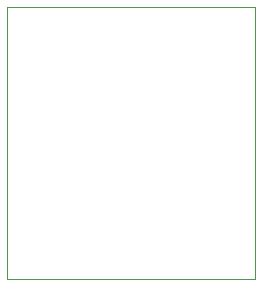
<source format=gbr>
%TF.GenerationSoftware,KiCad,Pcbnew,(6.0.6)*%
%TF.CreationDate,2022-11-17T16:30:16-05:00*%
%TF.ProjectId,JTAG_Breakout,4a544147-5f42-4726-9561-6b6f75742e6b,rev?*%
%TF.SameCoordinates,Original*%
%TF.FileFunction,Profile,NP*%
%FSLAX46Y46*%
G04 Gerber Fmt 4.6, Leading zero omitted, Abs format (unit mm)*
G04 Created by KiCad (PCBNEW (6.0.6)) date 2022-11-17 16:30:16*
%MOMM*%
%LPD*%
G01*
G04 APERTURE LIST*
%TA.AperFunction,Profile*%
%ADD10C,0.100000*%
%TD*%
G04 APERTURE END LIST*
D10*
X130000000Y-87000000D02*
X109000000Y-87000000D01*
X130000000Y-110000000D02*
X130000000Y-87000000D01*
X109000000Y-110000000D02*
X130000000Y-110000000D01*
X109000000Y-87000000D02*
X109000000Y-110000000D01*
M02*

</source>
